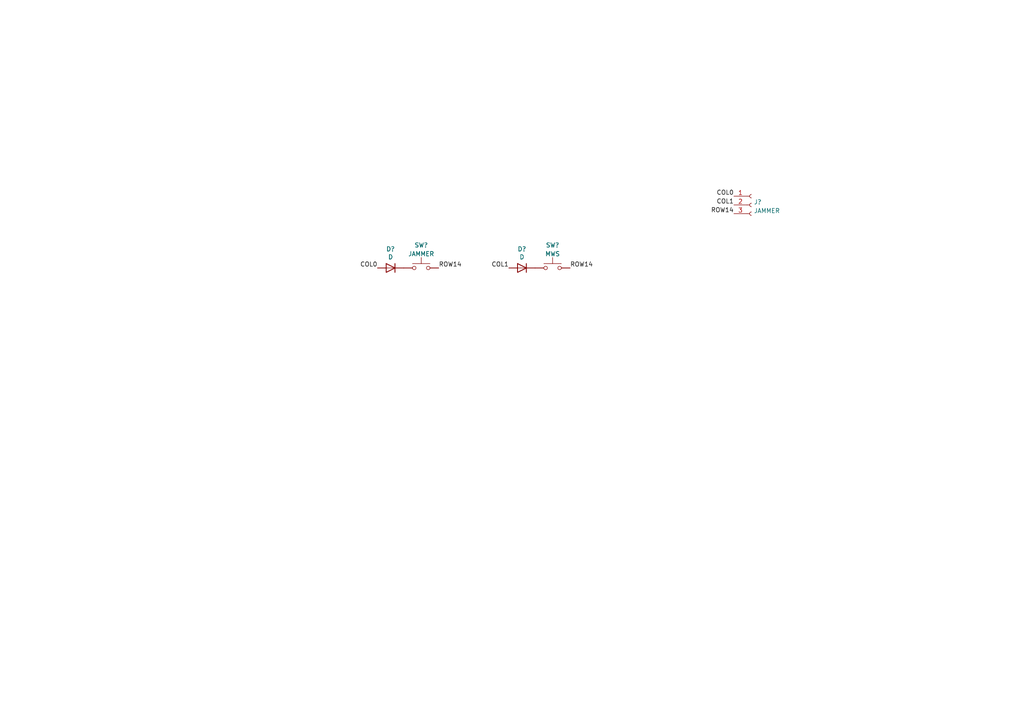
<source format=kicad_sch>
(kicad_sch (version 20211123) (generator eeschema)
  (paper "A4")
  (lib_symbols
    (symbol "Connector:Conn_01x03_Female" (pin_names (offset 1.016) hide)
      (property "Reference" "J" (at 0 5.08 0))
      (property "Value" "Conn_01x03_Female" (at 0 -5.08 0))
      (symbol "Conn_01x03_Female_1_1"
        (arc (start 0 -2.032) (mid -0.508 -2.54) (end 0 -3.048) (stroke (width 0.1524)))
        (polyline (pts (xy -1.27 -2.54) (xy -0.508 -2.54)) (stroke (width 0.1524)))
        (polyline (pts (xy -1.27 0) (xy -0.508 0)) (stroke (width 0.1524)))
        (polyline (pts (xy -1.27 2.54) (xy -0.508 2.54)) (stroke (width 0.1524)))
        (arc (start 0 0.508) (mid -0.508 0) (end 0 -0.508) (stroke (width 0.1524)))
        (arc (start 0 3.048) (mid -0.508 2.54) (end 0 2.032) (stroke (width 0.1524)))
        (pin passive line (at -5.08 2.54 0) (length 3.81) (name "Pin_1") (number "1"))
        (pin passive line (at -5.08 0 0) (length 3.81) (name "Pin_2") (number "2"))
        (pin passive line (at -5.08 -2.54 0) (length 3.81) (name "Pin_3") (number "3"))
      )
    )
    (symbol "Device:D" (pin_numbers hide) (pin_names (offset 1.016) hide)
      (property "Reference" "D" (at 0 2.54 0))
      (property "Value" "D" (at 0 -2.54 0))
      (symbol "D_0_1"
        (polyline (pts (xy -1.27 1.27) (xy -1.27 -1.27)) (stroke (width 0.254)))
        (polyline (pts (xy 1.27 0) (xy -1.27 0)))
        (polyline (pts (xy 1.27 1.27) (xy 1.27 -1.27) (xy -1.27 0) (xy 1.27 1.27)) (stroke (width 0.254)))
      )
      (symbol "D_1_1"
        (pin passive line (at -3.81 0 0) (length 2.54) (name "K") (number "1"))
        (pin passive line (at 3.81 0 180) (length 2.54) (name "A") (number "2"))
      )
    )
    (symbol "Switch:SW_Push" (pin_numbers hide) (pin_names (offset 1.016) hide)
      (property "Reference" "SW" (at 1.27 2.54 0))
      (property "Value" "SW_Push" (at 0 -1.524 0))
      (symbol "SW_Push_0_1"
        (circle (center -2.032 0) (radius 0.508))
        (polyline (pts (xy 0 1.27) (xy 0 3.048)))
        (polyline (pts (xy 2.54 1.27) (xy -2.54 1.27)))
        (circle (center 2.032 0) (radius 0.508))
        (pin passive line (at -5.08 0 0) (length 2.54) (name "1") (number "1"))
        (pin passive line (at 5.08 0 180) (length 2.54) (name "2") (number "2"))
      )
    )
  )
  (label "ROW14" (at 165.354 77.724 0))
  (label "COL0" (at 212.852 56.896 180))
  (label "COL1" (at 147.574 77.724 180))
  (label "COL1" (at 212.852 59.436 180))
  (label "ROW14" (at 127.254 77.724 0))
  (label "ROW14" (at 212.852 61.976 180))
  (label "COL0" (at 109.474 77.724 180))
  (symbol (lib_id "Connector:Conn_01x03_Female") (at 217.932 59.436 0) (unit 1)
    (property "Reference" "J?" (at 218.6432 58.6013 0) (effects (justify left)))
    (property "Value" "JAMMER" (at 218.6432 61.1382 0) (effects (justify left)))
  )
  (symbol (lib_id "Switch:SW_Push") (at 122.174 77.724 0) (unit 1)
    (property "Reference" "SW?" (at 122.174 71.1032 0))
    (property "Value" "JAMMER" (at 122.174 73.6401 0))
    (property "Footprint" "Connector_Molex:Molex_KK-254_AE-6410-02A_1x02_P2.54mm_Vertical" (effects hide))
  )
  (symbol (lib_id "Device:D") (at 151.384 77.724 0) (mirror y) (unit 1)
    (property "Reference" "D?" (at 151.384 72.2376 0))
    (property "Value" "D" (at 151.384 74.549 0))
    (property "Footprint" "Diode_THT:D_A-405_P7.62mm_Horizontal" (effects hide))
  )
  (symbol (lib_id "Switch:SW_Push") (at 160.274 77.724 0) (unit 1)
    (property "Reference" "SW?" (at 160.274 71.1032 0))
    (property "Value" "MWS" (at 160.274 73.6401 0))
    (property "Footprint" "Connector_Molex:Molex_KK-254_AE-6410-02A_1x02_P2.54mm_Vertical" (effects hide))
  )
  (symbol (lib_id "Device:D") (at 113.284 77.724 0) (mirror y) (unit 1)
    (property "Reference" "D?" (at 113.284 72.2376 0))
    (property "Value" "D" (at 113.284 74.549 0))
    (property "Footprint" "Diode_THT:D_A-405_P7.62mm_Horizontal" (effects hide))
  )
)
</source>
